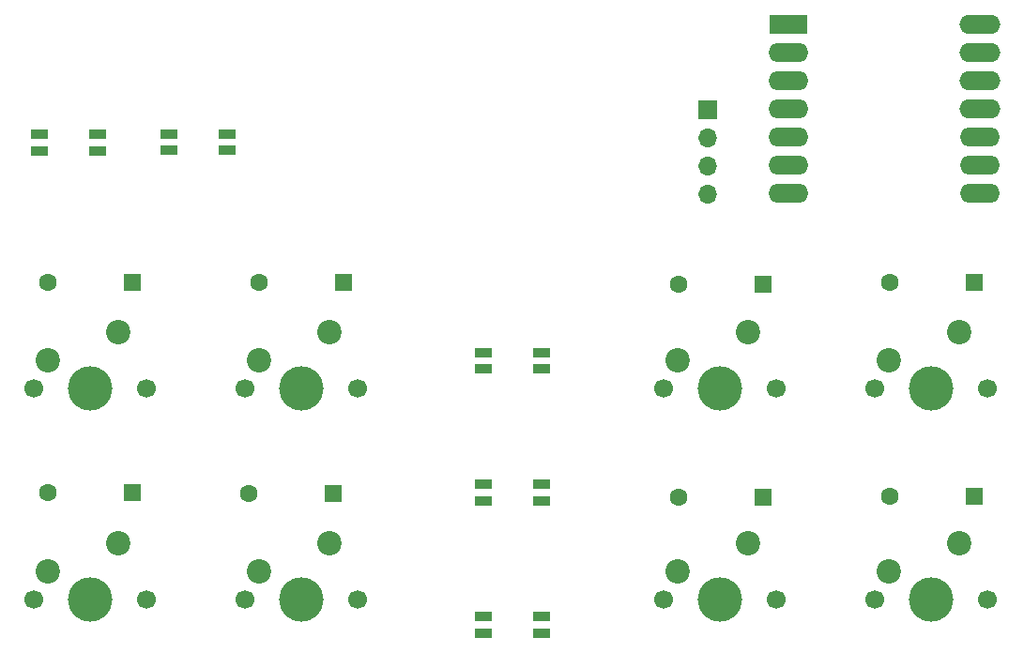
<source format=gbr>
%TF.GenerationSoftware,KiCad,Pcbnew,9.0.7*%
%TF.CreationDate,2026-02-18T12:12:19+05:30*%
%TF.ProjectId,RenPad,52656e50-6164-42e6-9b69-6361645f7063,rev?*%
%TF.SameCoordinates,Original*%
%TF.FileFunction,Soldermask,Bot*%
%TF.FilePolarity,Negative*%
%FSLAX46Y46*%
G04 Gerber Fmt 4.6, Leading zero omitted, Abs format (unit mm)*
G04 Created by KiCad (PCBNEW 9.0.7) date 2026-02-18 12:12:19*
%MOMM*%
%LPD*%
G01*
G04 APERTURE LIST*
G04 Aperture macros list*
%AMRoundRect*
0 Rectangle with rounded corners*
0 $1 Rounding radius*
0 $2 $3 $4 $5 $6 $7 $8 $9 X,Y pos of 4 corners*
0 Add a 4 corners polygon primitive as box body*
4,1,4,$2,$3,$4,$5,$6,$7,$8,$9,$2,$3,0*
0 Add four circle primitives for the rounded corners*
1,1,$1+$1,$2,$3*
1,1,$1+$1,$4,$5*
1,1,$1+$1,$6,$7*
1,1,$1+$1,$8,$9*
0 Add four rect primitives between the rounded corners*
20,1,$1+$1,$2,$3,$4,$5,0*
20,1,$1+$1,$4,$5,$6,$7,0*
20,1,$1+$1,$6,$7,$8,$9,0*
20,1,$1+$1,$8,$9,$2,$3,0*%
G04 Aperture macros list end*
%ADD10RoundRect,0.250000X0.550000X0.550000X-0.550000X0.550000X-0.550000X-0.550000X0.550000X-0.550000X0*%
%ADD11C,1.600000*%
%ADD12C,1.700000*%
%ADD13C,4.000000*%
%ADD14C,2.200000*%
%ADD15R,1.700000X1.700000*%
%ADD16O,1.700000X1.700000*%
%ADD17RoundRect,0.082000X-0.718000X0.328000X-0.718000X-0.328000X0.718000X-0.328000X0.718000X0.328000X0*%
%ADD18R,3.500000X1.700000*%
%ADD19O,3.600000X1.700000*%
%ADD20O,3.700000X1.700000*%
G04 APERTURE END LIST*
D10*
%TO.C,D7*%
X167818400Y-97916000D03*
D11*
X160198400Y-97916000D03*
%TD*%
D12*
%TO.C,SW1*%
X102076300Y-88106200D03*
D13*
X107156300Y-88106200D03*
D12*
X112236300Y-88106200D03*
D14*
X109696300Y-83026200D03*
X103346300Y-85566200D03*
%TD*%
D12*
%TO.C,SW4*%
X121126300Y-107156200D03*
D13*
X126206300Y-107156200D03*
D12*
X131286300Y-107156200D03*
D14*
X128746300Y-102076200D03*
X122396300Y-104616200D03*
%TD*%
D10*
%TO.C,D3*%
X110966300Y-97490000D03*
D11*
X103346300Y-97490000D03*
%TD*%
D12*
%TO.C,SW5*%
X158908800Y-88106200D03*
D13*
X163988800Y-88106200D03*
D12*
X169068800Y-88106200D03*
D14*
X166528800Y-83026200D03*
X160178800Y-85566200D03*
%TD*%
D10*
%TO.C,D2*%
X130016300Y-78581200D03*
D11*
X122396300Y-78581200D03*
%TD*%
D12*
%TO.C,SW6*%
X177958800Y-88106200D03*
D13*
X183038800Y-88106200D03*
D12*
X188118800Y-88106200D03*
D14*
X185578800Y-83026200D03*
X179228800Y-85566200D03*
%TD*%
D15*
%TO.C,J1*%
X162871300Y-62980000D03*
D16*
X162871300Y-65520000D03*
X162871300Y-68060000D03*
X162871300Y-70600000D03*
%TD*%
D10*
%TO.C,D8*%
X186876600Y-97844800D03*
D11*
X179256600Y-97844800D03*
%TD*%
D12*
%TO.C,SW2*%
X121126300Y-88106200D03*
D13*
X126206300Y-88106200D03*
D12*
X131286300Y-88106200D03*
D14*
X128746300Y-83026200D03*
X122396300Y-85566200D03*
%TD*%
D10*
%TO.C,D1*%
X110966300Y-78581200D03*
D11*
X103346300Y-78581200D03*
%TD*%
D12*
%TO.C,SW3*%
X102089700Y-107188400D03*
D13*
X107169700Y-107188400D03*
D12*
X112249700Y-107188400D03*
D14*
X109709700Y-102108400D03*
X103359700Y-104648400D03*
%TD*%
D17*
%TO.C,D12*%
X102612501Y-65174958D03*
X102612501Y-66674958D03*
X107812501Y-66674958D03*
X107812501Y-65174958D03*
%TD*%
D12*
%TO.C,SW8*%
X177953300Y-107149200D03*
D13*
X183033300Y-107149200D03*
D12*
X188113300Y-107149200D03*
D14*
X185573300Y-102069200D03*
X179223300Y-104609200D03*
%TD*%
D17*
%TO.C,D9*%
X142656301Y-84872158D03*
X142656301Y-86372158D03*
X147856301Y-86372158D03*
X147856301Y-84872158D03*
%TD*%
D10*
%TO.C,D5*%
X167826600Y-78723600D03*
D11*
X160206600Y-78723600D03*
%TD*%
D12*
%TO.C,SW7*%
X158917800Y-107157100D03*
D13*
X163997800Y-107157100D03*
D12*
X169077800Y-107157100D03*
D14*
X166537800Y-102077100D03*
X160187800Y-104617100D03*
%TD*%
D17*
%TO.C,D10*%
X142656301Y-96778358D03*
X142656301Y-98278358D03*
X147856301Y-98278358D03*
X147856301Y-96778358D03*
%TD*%
%TO.C,D13*%
X114300001Y-65157658D03*
X114300001Y-66657658D03*
X119500001Y-66657658D03*
X119500001Y-65157658D03*
%TD*%
%TO.C,D11*%
X142656301Y-108684658D03*
X142656301Y-110184658D03*
X147856301Y-110184658D03*
X147856301Y-108684658D03*
%TD*%
D10*
%TO.C,D4*%
X129063800Y-97631200D03*
D11*
X121443800Y-97631200D03*
%TD*%
D10*
%TO.C,D6*%
X186888800Y-78557500D03*
D11*
X179268800Y-78557500D03*
%TD*%
D18*
%TO.C,U1*%
X170141400Y-55306600D03*
D19*
X170141400Y-57846600D03*
X170141400Y-60386600D03*
X170141400Y-62926600D03*
X170141400Y-65466600D03*
X170141400Y-68006600D03*
X170141400Y-70546600D03*
X187391400Y-70546600D03*
X187391400Y-68006600D03*
X187391400Y-65466600D03*
D20*
X187391400Y-62926600D03*
X187391400Y-60386600D03*
X187391400Y-57846600D03*
X187391400Y-55306600D03*
%TD*%
M02*

</source>
